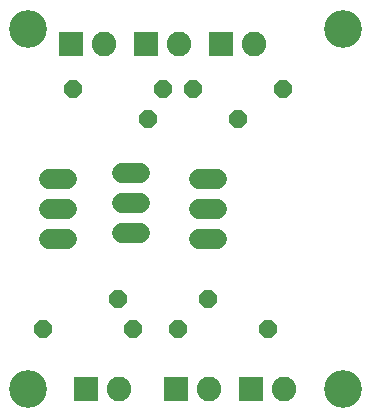
<source format=gbr>
G04 EAGLE Gerber RS-274X export*
G75*
%MOMM*%
%FSLAX34Y34*%
%LPD*%
%INSoldermask Top*%
%IPPOS*%
%AMOC8*
5,1,8,0,0,1.08239X$1,22.5*%
G01*
%ADD10C,3.200400*%
%ADD11R,2.082800X2.082800*%
%ADD12C,2.082800*%
%ADD13C,1.727200*%
%ADD14P,1.649562X8X22.500000*%
%ADD15P,1.649562X8X202.500000*%


D10*
X25400Y38100D03*
X292100Y38100D03*
X25400Y342900D03*
X292100Y342900D03*
D11*
X74930Y38100D03*
D12*
X102870Y38100D03*
D11*
X151130Y38100D03*
D12*
X179070Y38100D03*
D11*
X214630Y38100D03*
D12*
X242570Y38100D03*
D11*
X125730Y330200D03*
D12*
X153670Y330200D03*
D11*
X62230Y330200D03*
D12*
X90170Y330200D03*
D11*
X189230Y330200D03*
D12*
X217170Y330200D03*
D13*
X120650Y170180D02*
X105410Y170180D01*
X105410Y195580D02*
X120650Y195580D01*
X120650Y220980D02*
X105410Y220980D01*
X58420Y165100D02*
X43180Y165100D01*
X43180Y190500D02*
X58420Y190500D01*
X58420Y215900D02*
X43180Y215900D01*
X170180Y165100D02*
X185420Y165100D01*
X185420Y190500D02*
X170180Y190500D01*
X170180Y215900D02*
X185420Y215900D01*
D14*
X127000Y266700D03*
X203200Y266700D03*
X63500Y292100D03*
X139700Y292100D03*
X165100Y292100D03*
X241300Y292100D03*
D15*
X177800Y114300D03*
X101600Y114300D03*
X114300Y88900D03*
X38100Y88900D03*
X228600Y88900D03*
X152400Y88900D03*
M02*

</source>
